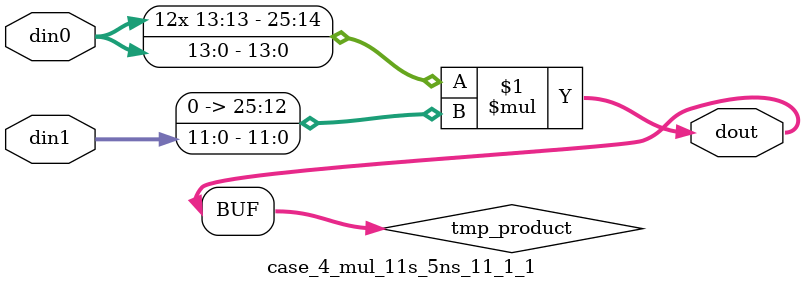
<source format=v>

`timescale 1 ns / 1 ps

 (* use_dsp = "no" *)  module case_4_mul_11s_5ns_11_1_1(din0, din1, dout);
parameter ID = 1;
parameter NUM_STAGE = 0;
parameter din0_WIDTH = 14;
parameter din1_WIDTH = 12;
parameter dout_WIDTH = 26;

input [din0_WIDTH - 1 : 0] din0; 
input [din1_WIDTH - 1 : 0] din1; 
output [dout_WIDTH - 1 : 0] dout;

wire signed [dout_WIDTH - 1 : 0] tmp_product;


























assign tmp_product = $signed(din0) * $signed({1'b0, din1});









assign dout = tmp_product;





















endmodule

</source>
